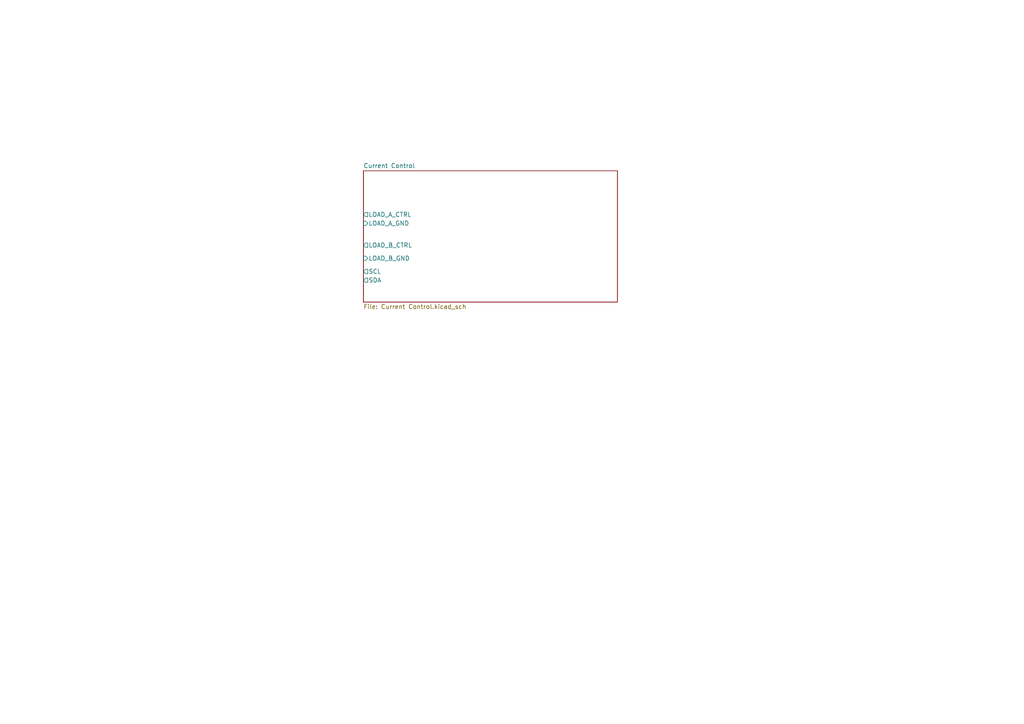
<source format=kicad_sch>
(kicad_sch
	(version 20250114)
	(generator "eeschema")
	(generator_version "9.0")
	(uuid "4763d09e-4fb7-455a-b785-38411d748b6f")
	(paper "A4")
	(lib_symbols)
	(sheet
		(at 105.41 49.53)
		(size 73.66 38.1)
		(exclude_from_sim no)
		(in_bom yes)
		(on_board yes)
		(dnp no)
		(fields_autoplaced yes)
		(stroke
			(width 0.1524)
			(type solid)
		)
		(fill
			(color 0 0 0 0.0000)
		)
		(uuid "61e3ab38-1121-4191-880f-3ddec1b1bcd6")
		(property "Sheetname" "Current Control"
			(at 105.41 48.8184 0)
			(effects
				(font
					(size 1.27 1.27)
				)
				(justify left bottom)
			)
		)
		(property "Sheetfile" "Current Control.kicad_sch"
			(at 105.41 88.2146 0)
			(effects
				(font
					(size 1.27 1.27)
				)
				(justify left top)
			)
		)
		(pin "LOAD_A_CTRL" output
			(at 105.41 62.23 180)
			(uuid "801840d0-b18c-4182-bcfe-fd8de0ea5665")
			(effects
				(font
					(size 1.27 1.27)
				)
				(justify left)
			)
		)
		(pin "LOAD_A_GND" input
			(at 105.41 64.77 180)
			(uuid "24f07f79-ce64-4b0a-a475-36a943d78dbb")
			(effects
				(font
					(size 1.27 1.27)
				)
				(justify left)
			)
		)
		(pin "LOAD_B_CTRL" output
			(at 105.41 71.12 180)
			(uuid "d61648a4-288f-4512-a458-40aa7b8c92d6")
			(effects
				(font
					(size 1.27 1.27)
				)
				(justify left)
			)
		)
		(pin "LOAD_B_GND" input
			(at 105.41 74.93 180)
			(uuid "feca551d-ada1-419a-8498-b504ec7294ac")
			(effects
				(font
					(size 1.27 1.27)
				)
				(justify left)
			)
		)
		(pin "SCL" output
			(at 105.41 78.74 180)
			(uuid "50706071-427d-436a-b025-30cf8769b6fa")
			(effects
				(font
					(size 1.27 1.27)
				)
				(justify left)
			)
		)
		(pin "SDA" output
			(at 105.41 81.28 180)
			(uuid "5691234e-942b-4c8a-95a9-0965a2615724")
			(effects
				(font
					(size 1.27 1.27)
				)
				(justify left)
			)
		)
		(instances
			(project "Backplane"
				(path "/4763d09e-4fb7-455a-b785-38411d748b6f"
					(page "2")
				)
			)
		)
	)
	(sheet_instances
		(path "/"
			(page "1")
		)
	)
	(embedded_fonts no)
)

</source>
